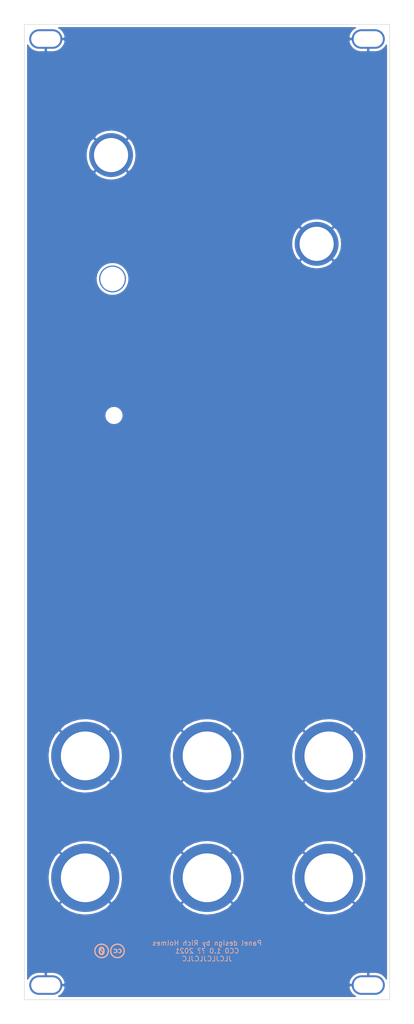
<source format=kicad_pcb>
(kicad_pcb (version 20211014) (generator pcbnew)
  (layers (0 "F.Cu" signal) (31 "B.Cu" signal) (34 "B.Paste" user) (35 "F.Paste" user) (36 "B.SilkS" user "B.Silkscreen") (37 "F.SilkS" user "F.Silkscreen") (38 "B.Mask" user) (39 "F.Mask" user) (44 "Edge.Cuts" user))
  (net 0 "")
  (net 1 "GND")
  (footprint "Kosmo_panel:Kosmo_Panel_Dual_Slotted_Mounting_Holes" (layer "F.Cu") (at 88.1 10.6 180)
    (fp_text reference "H12" hide)
    (fp_text value "Panel")
    (pad "1" thru_hole oval locked (at 1.4 -194 180) (size 6.8 4) (drill oval 6 3.2) (layers *.Cu *.Mask) (net 1 "GND"))
    (pad "1" thru_hole oval locked (at 1.4 0 180) (size 6.8 4) (drill oval 6 3.2) (layers *.Cu *.Mask) (net 1 "GND"))
  )
  (footprint "Kosmo_panel:Kosmo_Trimmer_Pot_Hole" (layer "F.Cu") (at 34.5 87.8)
    (fp_text reference "H10" hide)
    (fp_text value "Trimmer_Hole")
    (pad "" np_thru_hole circle locked (at 0 0) (size 2.5 2.5) (drill 2.5) (layers *.Mask "F.Cu"))
  )
  (footprint "Kosmo_panel:Kosmo_Switch_Hole" (layer "F.Cu") (at 33.9 34.4)
    (fp_text reference "H7" hide)
    (fp_text value "Switch_Hole")
    (pad "1" thru_hole circle locked (at 0 0) (size 9 9) (drill 7) (layers *.Cu *.Mask) (net 1 "GND"))
  )
  (footprint "Kosmo_panel:Kosmo_Pot_Hole" (layer "F.Cu") (at 76.1 52.6)
    (fp_text reference "H8" hide)
    (fp_text value "Pot_Hole")
    (pad "1" thru_hole circle locked (at 0 0) (size 9 9) (drill 7) (layers *.Cu *.Mask) (net 1 "GND"))
  )
  (footprint "Kosmo_panel:Kosmo_Jack_Hole" (layer "F.Cu") (at 28.6 157.6)
    (fp_text reference "H1" hide)
    (fp_text value "Jack_Hole")
    (pad "1" thru_hole circle locked (at 0 0) (size 14 14) (drill 10) (layers *.Cu *.Mask) (net 1 "GND"))
  )
  (footprint "Kosmo_panel:Kosmo_Panel_Dual_Slotted_Mounting_Holes" (layer "F.Cu") (at 19.1 204.6)
    (fp_text reference "H9" hide)
    (fp_text value "Panel")
    (pad "1" thru_hole oval locked (at 1.4 0) (size 6.8 4) (drill oval 6 3.2) (layers *.Cu *.Mask) (net 1 "GND"))
    (pad "1" thru_hole oval locked (at 1.4 -194) (size 6.8 4) (drill oval 6 3.2) (layers *.Cu *.Mask) (net 1 "GND"))
  )
  (footprint "Kosmo_panel:Kosmo_LED_Hole" (layer "F.Cu") (at 34.2 59.8)
    (fp_text reference "H11" hide)
    (fp_text value "Led_Hole")
    (pad "1" thru_hole circle locked (at 0 0) (size 5.5 5.5) (drill 5) (layers *.Cu *.Mask))
  )
  (footprint "Kosmo_panel:Kosmo_Jack_Hole" (layer "F.Cu") (at 28.6 182.6)
    (fp_text reference "H2" hide)
    (fp_text value "Jack_Hole")
    (pad "1" thru_hole circle locked (at 0 0) (size 14 14) (drill 10) (layers *.Cu *.Mask) (net 1 "GND"))
  )
  (footprint "Kosmo_panel:Kosmo_Jack_Hole" (layer "F.Cu") (at 53.6 157.6)
    (fp_text reference "H3" hide)
    (fp_text value "Jack_Hole")
    (pad "1" thru_hole circle locked (at 0 0) (size 14 14) (drill 10) (layers *.Cu *.Mask) (net 1 "GND"))
  )
  (footprint "Kosmo_panel:Kosmo_Jack_Hole" (layer "F.Cu") (at 53.6 182.6)
    (fp_text reference "H4" hide)
    (fp_text value "Jack_Hole")
    (pad "1" thru_hole circle locked (at 0 0) (size 14 14) (drill 10) (layers *.Cu *.Mask) (net 1 "GND"))
  )
  (footprint "Kosmo_panel:Kosmo_Jack_Hole" (layer "F.Cu") (at 78.6 157.6)
    (fp_text reference "H5" hide)
    (fp_text value "Jack_Hole")
    (pad "1" thru_hole circle locked (at 0 0) (size 14 14) (drill 10) (layers *.Cu *.Mask) (net 1 "GND"))
  )
  (footprint "Kosmo_panel:Kosmo_Jack_Hole" (layer "F.Cu") (at 78.6 182.6)
    (fp_text reference "H6" hide)
    (fp_text value "Jack_Hole")
    (pad "1" thru_hole circle locked (at 0 0) (size 14 14) (drill 10) (layers *.Cu *.Mask) (net 1 "GND"))
  )
  (footprint "ao_tht:CC0_logo" (layer "B.Cu") (at 33.6 197.6 180)
    (fp_text reference "GRAF3" hide)
    (fp_text value "CC0 logo" hide)
    (fp_poly (pts (xy 1.937449 1.488413) (xy 2.165128 1.427681) (xy 2.377239 1.336055) (xy 2.447398 1.296292) (xy 2.555932 1.219221) (xy 2.671208 1.118507) (xy 2.782641 1.004866) (xy 2.879647 0.889018) (xy 2.946112 0.791308) (xy 3.045923 0.585001) (xy 3.11415 0.364759) (xy 3.150694 0.136541) (xy 3.155457 -0.093698) (xy 3.12834 -0.32) (xy 3.069247 -0.536409) (xy 2.978077 -0.736967) (xy 2.971503 -0.748509) (xy 2.84694 -0.927855) (xy 2.691596 -1.091903) (xy 2.512465 -1.235367) (xy 2.316538 -1.352963) (xy 2.110807 -1.439403) (xy 2.023637 -1.465024) (xy 1.893912 -1.490687) (xy 1.748397 -1.507309) (xy 1.602282 -1.513928) (xy 1.470755 -1.509587) (xy 1.417299 -1.503333) (xy 1.177964 -1.446757) (xy 0.951186 -1.353934) (xy 0.741335 -1.2268) (xy 0.669682 -1.172122) (xy 0.498435 -1.00945) (xy 0.35804 -0.826151) (xy 0.249021 -0.626239) (xy 0.171902 -0.41373) (xy 0.127209 -0.192639) (xy 0.118984 -0.034606) (xy 0.380802 -0.034606) (xy 0.405936 -0.245751) (xy 0.467321 -0.45069) (xy 0.551733 -0.623249) (xy 0.614924 -0.713441) (xy 0.701005 -0.813314) (xy 0.799428 -0.912322) (xy 0.89965 -0.99992) (xy 0.991124 -1.065561) (xy 0.998443 -1.069958) (xy 1.196064 -1.164254) (xy 1.404843 -1.221992) (xy 1.620757 -1.242623) (xy 1.839786 -1.225598) (xy 1.956747 -1.200863) (xy 2.127697 -1.140458) (xy 2.297418 -1.051041) (xy 2.454712 -0.939843) (xy 2.588382 -0.814097) (xy 2.627915 -0.767478) (xy 2.745701 -0.589023) (xy 2.828533 -0.398686) (xy 2.877095 -0.20062) (xy 2.892068 0.001025) (xy 2.874137 0.202096) (xy 2.823983 0.398442) (xy 2.74229 0.585911) (xy 2.629741 0.760353) (xy 2.487017 0.917615) (xy 2.330082 1.043259) (xy 2.149405 1.143654) (xy 1.952948 1.211144) (xy 1.746545 1.245378) (xy 1.536028 1.246007) (xy 1.327231 1.212681) (xy 1.125987 1.14505) (xy 1.069661 1.118866) (xy 0.925853 1.029542) (xy 0.786385 0.909758) (xy 0.658542 0.768022) (xy 0.54961 0.61284) (xy 0.466877 0.452718) (xy 0.441544 0.385589) (xy 0.392483 0.177567) (xy 0.380802 -0.034606) (xy 0.118984 -0.034606) (xy 0.115464 0.033018) (xy 0.137192 0.259228) (xy 0.192918 0.481975) (xy 0.283167 0.697244) (xy 0.400416 0.889849) (xy 0.528616 1.042922) (xy 0.682877 1.183446) (xy 0.854449 1.305304) (xy 1.034582 1.402374) (xy 1.214524 1.46854) (xy 1.236086 1.474212) (xy 1.465421 1.512781) (xy 1.701711 1.517147) (xy 1.937449 1.488413)) (layer "B.SilkS") (width 0.01) (fill solid))
    (fp_poly (pts (xy -1.01024 0.448053) (xy -0.908378 0.40803) (xy -0.825953 0.349289) (xy -0.779557 0.289126) (xy -0.775227 0.265623) (xy -0.793686 0.241428) (xy -0.840859 0.209511) (xy -0.852388 0.202677) (xy -0.906758 0.17294) (xy -0.938765 0.163009) (xy -0.958361 0.17072) (xy -0.964922 0.178217) (xy -1.013678 0.224964) (xy -1.073913 0.260146) (xy -1.12689 0.273539) (xy -1.208245 0.256466) (xy -1.27031 0.207135) (xy -1.310986 0.128382) (xy -1.328177 0.023042) (xy -1.328616 0.000962) (xy -1.315565 -0.10452) (xy -1.279697 -0.187197) (xy -1.225937 -0.243996) (xy -1.159213 -0.271845) (xy -1.084451 -0.267673) (xy -1.006578 -0.228406) (xy -0.986663 -0.212275) (xy -0.916888 -0.151013) (xy -0.839444 -0.185935) (xy -0.79209 -0.212301) (xy -0.764706 -0.237249) (xy -0.762 -0.244709) (xy -0.777365 -0.276272) (xy -0.817095 -0.319399) (xy -0.871639 -0.366241) (xy -0.931448 -0.408947) (xy -0.986973 -0.43967) (xy -1.00907 -0.447792) (xy -1.148419 -0.468493) (xy -1.280352 -0.450937) (xy -1.363723 -0.418395) (xy -1.467214 -0.346141) (xy -1.542881 -0.248191) (xy -1.588536 -0.128345) (xy -1.602154 -0.004694) (xy -1.585124 0.126514) (xy -1.536905 0.245772) (xy -1.4618 0.345922) (xy -1.364117 0.419804) (xy -1.339475 0.432072) (xy -1.235087 0.462447) (xy -1.122242 0.466983) (xy -1.01024 0.448053)) (layer "B.SilkS") (width 0.01) (fill solid))
    (fp_poly (pts (xy 1.718811 0.866259) (xy 1.783433 0.858563) (xy 1.8415 0.840803) (xy 1.900438 0.814116) (xy 2.015396 0.738004) (xy 2.107653 0.63303) (xy 2.177998 0.497849) (xy 2.227221 0.331117) (xy 2.24543 0.226536) (xy 2.261732 0.072822) (xy 2.263518 -0.063482) (xy 2.250516 -0.201356) (xy 2.238221 -0.277732) (xy 2.1934 -0.451964) (xy 2.126711 -0.598191) (xy 2.039491 -0.714342) (xy 1.933076 -0.798346) (xy 1.887208 -0.821706) (xy 1.794059 -0.850276) (xy 1.681724 -0.866619) (xy 1.568671 -0.868967) (xy 1.490717 -0.859705) (xy 1.4154 -0.839781) (xy 1.353805 -0.811095) (xy 1.290906 -0.765485) (xy 1.247215 -0.727434) (xy 1.157059 -0.622255) (xy 1.089193 -0.48908) (xy 1.07861 -0.451694) (xy 1.484923 -0.451694) (xy 1.501634 -0.498731) (xy 1.545315 -0.530658) (xy 1.606292 -0.545931) (xy 1.674889 -0.543004) (xy 1.741429 -0.520334) (xy 1.774755 -0.497962) (xy 1.816901 -0.448793) (xy 1.854205 -0.382909) (xy 1.864849 -0.356308) (xy 1.88411 -0.277223) (xy 1.89875 -0.173359) (xy 1.907803 -0.058843) (xy 1.910303 0.052198) (xy 1.905284 0.145638) (xy 1.901108 0.174111) (xy 1.884973 0.260298) (xy 1.684948 -0.083738) (xy 1.624344 -0.189104) (xy 1.571119 -0.283798) (xy 1.52824 -0.362368) (xy 1.498669 -0.41936) (xy 1.485371 -0.449321) (xy 1.484923 -0.451694) (xy 1.07861 -0.451694) (xy 1.043164 -0.326483) (xy 1.01852 -0.133041) (xy 1.015195 -0.034984) (xy 1.361854 -0.034984) (xy 1.363815 -0.095716) (xy 1.365833 -0.141666) (xy 1.368582 -0.174212) (xy 1.374422 -0.190645) (xy 1.385712 -0.188254) (xy 1.404811 -0.16433) (xy 1.434079 -0.116164) (xy 1.475876 -0.041045) (xy 1.532562 0.063737) (xy 1.581079 0.153804) (xy 1.640141 0.264381) (xy 1.682165 0.346344) (xy 1.709345 0.405094) (xy 1.723875 0.446033) (xy 1.727947 0.474566) (xy 1.723754 0.496092) (xy 1.721855 0.500611) (xy 1.68592 0.536803) (xy 1.627827 0.547355) (xy 1.555436 0.531648) (xy 1.521317 0.516383) (xy 1.464215 0.465864) (xy 1.418724 0.381603) (xy 1.385837 0.267465) (xy 1.366549 0.127314) (xy 1.361854 -0.034984) (xy 1.015195 -0.034984) (xy 1.013762 0.007269) (xy 1.024688 0.220322) (xy 1.059279 0.402862) (xy 1.117786 0.555661) (xy 1.200462 0.679494) (xy 1.248508 0.728604) (xy 1.333991 0.795416) (xy 1.420481 0.837758) (xy 1.520566 0.860181) (xy 1.631461 0.867075) (xy 1.718811 0.866259)) (layer "B.SilkS") (width 0.01) (fill solid))
    (fp_poly (pts (xy -1.885462 0.447357) (xy -1.80796 0.416229) (xy -1.734173 0.37) (xy -1.677964 0.318156) (xy -1.661191 0.293865) (xy -1.654405 0.269539) (xy -1.668257 0.247419) (xy -1.709064 0.219701) (xy -1.731679 0.206789) (xy -1.821809 0.156415) (xy -1.888507 0.214977) (xy -1.960737 0.261481) (xy -2.032889 0.270561) (xy -2.108372 0.245153) (xy -2.162338 0.200425) (xy -2.19441 0.131222) (xy -2.205949 0.03361) (xy -2.20416 -0.031687) (xy -2.197588 -0.10471) (xy -2.185977 -0.152001) (xy -2.164231 -0.186901) (xy -2.133179 -0.217499) (xy -2.057933 -0.264544) (xy -1.981404 -0.272549) (xy -1.903904 -0.241518) (xy -1.867775 -0.213928) (xy -1.799883 -0.154317) (xy -1.720557 -0.194786) (xy -1.673096 -0.222496) (xy -1.644755 -0.245796) (xy -1.641231 -0.252736) (xy -1.654834 -0.274078) (xy -1.690081 -0.311448) (xy -1.727998 -0.346592) (xy -1.841914 -0.423137) (xy -1.965441 -0.462801) (xy -2.094244 -0.464942) (xy -2.223988 -0.428916) (xy -2.238695 -0.422334) (xy -2.345027 -0.354034) (xy -2.420464 -0.262318) (xy -2.465242 -0.146736) (xy -2.479597 -0.006835) (xy -2.478269 0.035499) (xy -2.468911 0.125283) (xy -2.449251 0.195064) (xy -2.413931 0.263602) (xy -2.412411 0.266102) (xy -2.33328 0.360131) (xy -2.230981 0.425953) (xy -2.111332 0.461567) (xy -1.980151 0.46497) (xy -1.885462 0.447357)) (layer "B.SilkS") (width 0.01) (fill solid))
    (fp_poly (pts (xy -1.345762 1.496705) (xy -1.119275 1.439275) (xy -0.906042 1.349139) (xy -0.709636 1.228177) (xy -0.533628 1.078271) (xy -0.381589 0.901304) (xy -0.257089 0.699156) (xy -0.244249 0.673459) (xy -0.193712 0.562705) (xy -0.156951 0.461868) (xy -0.131999 0.360933) (xy -0.116892 0.249886) (xy -0.109665 0.118713) (xy -0.108257 -0.019538) (xy -0.109141 -0.139418) (xy -0.111786 -0.22955) (xy -0.117274 -0.299255) (xy -0.126685 -0.357855) (xy -0.141101 -0.414672) (xy -0.161488 -0.478692) (xy -0.25232 -0.689619) (xy -0.376092 -0.885212) (xy -0.528345 -1.061404) (xy -0.704617 -1.214128) (xy -0.90045 -1.339317) (xy -1.111382 -1.432904) (xy -1.253751 -1.474692) (xy -1.376333 -1.496312) (xy -1.517661 -1.509844) (xy -1.661804 -1.51454) (xy -1.792831 -1.50965) (xy -1.852036 -1.502835) (xy -2.065147 -1.451615) (xy -2.27496 -1.365903) (xy -2.472932 -1.249928) (xy -2.650519 -1.107922) (xy -2.651575 -1.106935) (xy -2.818861 -0.925473) (xy -2.952401 -0.726943) (xy -3.051194 -0.51425) (xy -3.114239 -0.290302) (xy -3.140535 -0.058003) (xy -3.137084 0.013629) (xy -2.862601 0.013629) (xy -2.860389 -0.11978) (xy -2.848612 -0.238052) (xy -2.834995 -0.302846) (xy -2.76038 -0.500843) (xy -2.653427 -0.685299) (xy -2.518836 -0.850554) (xy -2.361307 -0.990947) (xy -2.185539 -1.100816) (xy -2.16364 -1.111586) (xy -2.076119 -1.149895) (xy -1.986608 -1.18332) (xy -1.911196 -1.20599) (xy -1.895231 -1.209527) (xy -1.827822 -1.222939) (xy -1.771304 -1.234585) (xy -1.748692 -1.239505) (xy -1.699174 -1.244004) (xy -1.623233 -1.243264) (xy -1.533045 -1.238131) (xy -1.440787 -1.229448) (xy -1.358637 -1.218062) (xy -1.315852 -1.209472) (xy -1.145852 -1.152534) (xy -0.976986 -1.06724) (xy -0.819642 -0.960299) (xy -0.684202 -0.838415) (xy -0.614407 -0.756457) (xy -0.512259 -0.606814) (xy -0.439983 -0.465157) (xy -0.393839 -0.320154) (xy -0.370085 -0.160468) (xy -0.364724 0) (xy -0.366764 0.109115) (xy -0.372805 0.192678) (xy -0.384761 0.264156) (xy -0.404547 0.33702) (xy -0.418866 0.380813) (xy -0.509318 0.589261) (xy -0.630477 0.774366) (xy -0.780224 0.93399) (xy -0.956439 1.06599) (xy -1.157005 1.168227) (xy -1.223114 1.193304) (xy -1.334844 1.221816) (xy -1.470736 1.240097) (xy -1.617025 1.247316) (xy -1.759944 1.242644) (xy -1.853669 1.231343) (xy -2.041649 1.180435) (xy -2.221627 1.094685) (xy -2.389038 0.978174) (xy -2.539315 0.834985) (xy -2.667892 0.6692) (xy -2.770203 0.484902) (xy -2.815676 0.371231) (xy -2.839862 0.272479) (xy -2.855631 0.14883) (xy -2.862601 0.013629) (xy -3.137084 0.013629) (xy -3.12908 0.179741) (xy -3.118648 0.248748) (xy -3.060541 0.481714) (xy -2.970059 0.695081) (xy -2.845439 0.892109) (xy -2.684913 1.07606) (xy -2.655132 1.105115) (xy -2.474249 1.256065) (xy -2.283837 1.370769) (xy -2.078478 1.451842) (xy -1.852752 1.501896) (xy -1.824219 1.505919) (xy -1.581934 1.519547) (xy -1.345762 1.496705)) (layer "B.SilkS") (width 0.01) (fill solid))
  )
  (gr_line (start 16.1 207.6) (end 91.1 207.6) (layer "Edge.Cuts") (width 0.1))
  (gr_line (start 91.1 7.6) (end 16.1 7.6) (layer "Edge.Cuts") (width 0.1))
  (gr_line (start 16.1 7.6) (end 16.1 207.6) (layer "Edge.Cuts") (width 0.1))
  (gr_line (start 91.1 207.6) (end 91.1 7.6) (layer "Edge.Cuts") (width 0.1))
  (gr_text "Panel design by Rich Holmes\nCC0 1.0 ?? 2021\nJLCJLCJLCJLC" (at 53.6 197.6) (layer "B.SilkS") (effects (font (size 1 1)) (justify mirror)))
  (zone (net 1) (net_name "GND") (layer "F.Cu") (connect_pads (clearance 0.508)) (min_thickness 0.254) (fill yes (thermal_gap 0.508) (thermal_bridge_width 0.508))
    (polygon (pts (xy 96.1 212.6) (xy 11.1 212.6) (xy 11.1 2.6) (xy 96.1 2.6)))
  )
  (zone (net 1) (net_name "GND") (layer "B.Cu") (connect_pads (clearance 0.508)) (min_thickness 0.254) (fill yes (thermal_gap 0.508) (thermal_bridge_width 0.508))
    (polygon (pts (xy 96.1 212.6) (xy 11.1 212.6) (xy 11.1 2.6) (xy 96.1 2.6)))
  )
)
</source>
